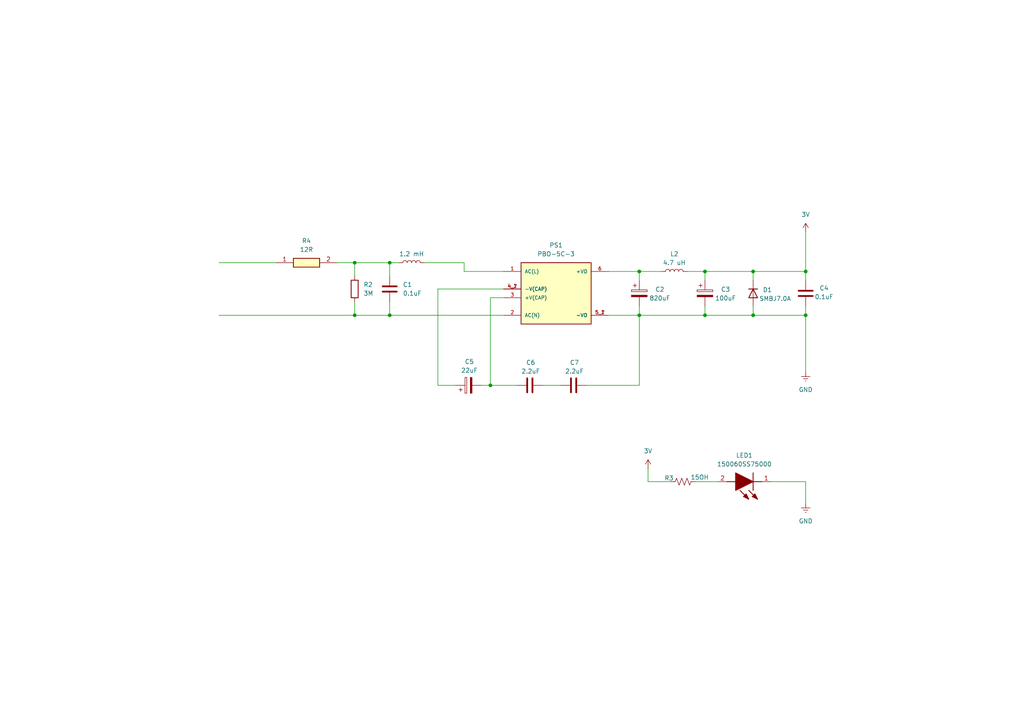
<source format=kicad_sch>
(kicad_sch (version 20231120) (generator "eeschema") (generator_version "8.0")
  (paper "A4")
  (lib_symbols
    (symbol "Device:C" (pin_numbers hide) (pin_names (offset 0.254))
      (property "Reference" "C" (at 0.635 2.54 0))
      (property "Value" "C" (at 0.635 -2.54 0))
      (symbol "C_0_1"
        (polyline (pts (xy -2.032 -0.762) (xy 2.032 -0.762)) (stroke (width 0.508)))
        (polyline (pts (xy -2.032 0.762) (xy 2.032 0.762)) (stroke (width 0.508)))
      )
      (symbol "C_1_1"
        (pin passive line (at 0 3.81 270) (length 2.794) (name "~") (number "1"))
        (pin passive line (at 0 -3.81 90) (length 2.794) (name "~") (number "2"))
      )
    )
    (symbol "Device:C_Polarized" (pin_numbers hide) (pin_names (offset 0.254))
      (property "Reference" "C" (at 0.635 2.54 0))
      (property "Value" "C_Polarized" (at 0.635 -2.54 0))
      (symbol "C_Polarized_0_1"
        (rectangle (start -2.286 0.508) (end 2.286 1.016))
        (polyline (pts (xy -1.778 2.286) (xy -0.762 2.286)))
        (polyline (pts (xy -1.27 2.794) (xy -1.27 1.778)))
        (rectangle (start 2.286 -0.508) (end -2.286 -1.016) (fill (type outline)))
      )
      (symbol "C_Polarized_1_1"
        (pin passive line (at 0 3.81 270) (length 2.794) (name "~") (number "1"))
        (pin passive line (at 0 -3.81 90) (length 2.794) (name "~") (number "2"))
      )
    )
    (symbol "Device:D" (pin_numbers hide) (pin_names (offset 1.016) hide)
      (property "Reference" "D" (at 0 2.54 0))
      (property "Value" "D" (at 0 -2.54 0))
      (symbol "D_0_1"
        (polyline (pts (xy -1.27 1.27) (xy -1.27 -1.27)) (stroke (width 0.254)))
        (polyline (pts (xy 1.27 0) (xy -1.27 0)))
        (polyline (pts (xy 1.27 1.27) (xy 1.27 -1.27) (xy -1.27 0) (xy 1.27 1.27)) (stroke (width 0.254)))
      )
      (symbol "D_1_1"
        (pin passive line (at -3.81 0 0) (length 2.54) (name "K") (number "1"))
        (pin passive line (at 3.81 0 180) (length 2.54) (name "A") (number "2"))
      )
    )
    (symbol "Device:L" (pin_numbers hide) (pin_names (offset 1.016) hide)
      (property "Reference" "L" (at -1.27 0 90))
      (property "Value" "L" (at 1.905 0 90))
      (symbol "L_0_1"
        (arc (start 0 -2.54) (mid 0.6323 -1.905) (end 0 -1.27))
        (arc (start 0 -1.27) (mid 0.6323 -0.635) (end 0 0))
        (arc (start 0 0) (mid 0.6323 0.635) (end 0 1.27))
        (arc (start 0 1.27) (mid 0.6323 1.905) (end 0 2.54))
      )
      (symbol "L_1_1"
        (pin passive line (at 0 3.81 270) (length 1.27) (name "1") (number "1"))
        (pin passive line (at 0 -3.81 90) (length 1.27) (name "2") (number "2"))
      )
    )
    (symbol "Device:R" (pin_numbers hide) (pin_names (offset 0))
      (property "Reference" "R" (at 2.032 0 90))
      (property "Value" "R" (at 0 0 90))
      (symbol "R_0_1"
        (rectangle (start -1.016 -2.54) (end 1.016 2.54) (stroke (width 0.254)))
      )
      (symbol "R_1_1"
        (pin passive line (at 0 3.81 270) (length 1.27) (name "~") (number "1"))
        (pin passive line (at 0 -3.81 90) (length 1.27) (name "~") (number "2"))
      )
    )
    (symbol "Device:R_US" (pin_numbers hide) (pin_names (offset 0))
      (property "Reference" "R" (at 2.54 0 90))
      (property "Value" "R_US" (at -2.54 0 90))
      (symbol "R_US_0_1"
        (polyline (pts (xy 0 -2.286) (xy 0 -2.54)))
        (polyline (pts (xy 0 2.286) (xy 0 2.54)))
        (polyline (pts (xy 0 -0.762) (xy 1.016 -1.143) (xy 0 -1.524) (xy -1.016 -1.905) (xy 0 -2.286)))
        (polyline (pts (xy 0 0.762) (xy 1.016 0.381) (xy 0 0) (xy -1.016 -0.381) (xy 0 -0.762)))
        (polyline (pts (xy 0 2.286) (xy 1.016 1.905) (xy 0 1.524) (xy -1.016 1.143) (xy 0 0.762)))
      )
      (symbol "R_US_1_1"
        (pin passive line (at 0 3.81 270) (length 1.27) (name "~") (number "1"))
        (pin passive line (at 0 -3.81 90) (length 1.27) (name "~") (number "2"))
      )
    )
    (symbol "oversight_power_monitor:150060SS75000" (pin_names hide)
      (property "Reference" "LED" (at 5.588 9.652 0))
      (property "Value" "150060SS75000" (at 0.254 6.35 0))
      (symbol "150060SS75000_1_1"
        (polyline (pts (xy 2.54 0) (xy 5.08 0)) (stroke (width 0.254)))
        (polyline (pts (xy 5.08 2.54) (xy 5.08 -2.54)) (stroke (width 0.254)))
        (polyline (pts (xy 6.35 2.54) (xy 3.81 5.08)) (stroke (width 0.254)))
        (polyline (pts (xy 8.89 2.54) (xy 6.35 5.08)) (stroke (width 0.254)))
        (polyline (pts (xy 10.16 0) (xy 12.7 0)) (stroke (width 0.254)))
        (polyline (pts (xy 5.08 0) (xy 10.16 2.54) (xy 10.16 -2.54) (xy 5.08 0)) (stroke (width 0.254)) (fill (type outline)))
        (polyline (pts (xy 5.334 4.318) (xy 4.572 3.556) (xy 3.81 5.08) (xy 5.334 4.318)) (stroke (width 0.254)) (fill (type outline)))
        (polyline (pts (xy 7.874 4.318) (xy 7.112 3.556) (xy 6.35 5.08) (xy 7.874 4.318)) (stroke (width 0.254)) (fill (type outline)))
        (pin passive line (at 0 0 0) (length 2.54) (name "K") (number "1"))
        (pin passive line (at 15.24 0 180) (length 2.54) (name "A") (number "2"))
      )
    )
    (symbol "oversight_power_monitor:AC03000001209JAC00" (pin_names hide)
      (property "Reference" "R" (at 7.62 7.112 0))
      (property "Value" "AC03000001209JAC00" (at -2.54 4.572 0))
      (symbol "AC03000001209JAC00_1_1"
        (rectangle (start 5.08 1.27) (end 12.7 -1.27) (stroke (width 0.254)) (fill (type background)))
        (pin passive line (at 0 0 0) (length 5.08) (name "1") (number "1"))
        (pin passive line (at 17.78 0 180) (length 5.08) (name "2") (number "2"))
      )
    )
    (symbol "oversight_power_monitor:PBO-5C-3" (pin_names (offset 1.016))
      (property "Reference" "PS" (at -10.16 8.89 0))
      (property "Value" "PBO-5C-3" (at -10.16 -11.43 0))
      (symbol "PBO-5C-3_0_0"
        (rectangle (start -10.16 -10.16) (end 10.16 7.62) (stroke (width 0.254)) (fill (type background)))
        (pin input line (at -15.24 5.08 0) (length 5.08) (name "AC(L)") (number "1"))
        (pin input line (at -15.24 -7.62 0) (length 5.08) (name "AC(N)") (number "2"))
        (pin passive line (at -15.24 -2.54 0) (length 5.08) (name "+V(CAP)") (number "3"))
        (pin passive line (at -15.24 0 0) (length 5.08) (name "-V(CAP)") (number "4_1"))
        (pin passive line (at -15.24 0 0) (length 5.08) (name "-V(CAP)") (number "4_2"))
        (pin output line (at 15.24 -7.62 180) (length 5.08) (name "-VO") (number "5_1"))
        (pin output line (at 15.24 -7.62 180) (length 5.08) (name "-VO") (number "5_2"))
        (pin output line (at 15.24 5.08 180) (length 5.08) (name "+VO") (number "6"))
      )
    )
    (symbol "power:Earth" (power) (pin_numbers hide) (pin_names (offset 0) hide)
      (property "Value" "Earth" (at 0 -3.81 0))
      (symbol "Earth_0_1"
        (polyline (pts (xy -0.635 -1.905) (xy 0.635 -1.905)))
        (polyline (pts (xy -0.127 -2.54) (xy 0.127 -2.54)))
        (polyline (pts (xy 0 -1.27) (xy 0 0)))
        (polyline (pts (xy 1.27 -1.27) (xy -1.27 -1.27)))
      )
      (symbol "Earth_1_1"
        (pin power_in line (at 0 0 270) (length 0) (name "~") (number "1"))
      )
    )
    (symbol "power:VCC" (power) (pin_numbers hide) (pin_names (offset 0) hide)
      (property "Value" "VCC" (at 0 3.556 0))
      (symbol "VCC_0_1"
        (polyline (pts (xy -0.762 1.27) (xy 0 2.54)))
        (polyline (pts (xy 0 0) (xy 0 2.54)))
        (polyline (pts (xy 0 2.54) (xy 0.762 1.27)))
      )
      (symbol "VCC_1_1"
        (pin power_in line (at 0 0 90) (length 0) (name "~") (number "1"))
      )
    )
  )
  (junction (at 218.44 78.74))
  (junction (at 218.44 91.44))
  (junction (at 142.24 111.76))
  (junction (at 113.03 91.44))
  (junction (at 233.68 78.74))
  (junction (at 102.87 91.44))
  (junction (at 185.42 78.74))
  (junction (at 233.68 91.44))
  (junction (at 102.87 76.2))
  (junction (at 185.42 91.44))
  (junction (at 204.47 78.74))
  (junction (at 204.47 91.44))
  (junction (at 113.03 76.2))
  (wire (pts (xy 218.44 88.9) (xy 218.44 91.44)))
  (wire (pts (xy 123.19 76.2) (xy 134.62 76.2)))
  (wire (pts (xy 97.79 76.2) (xy 102.87 76.2)))
  (wire (pts (xy 223.52 139.7) (xy 233.68 139.7)))
  (wire (pts (xy 102.87 87.63) (xy 102.87 91.44)))
  (wire (pts (xy 199.39 78.74) (xy 204.47 78.74)))
  (wire (pts (xy 204.47 78.74) (xy 204.47 81.28)))
  (wire (pts (xy 63.5 91.44) (xy 102.87 91.44)))
  (wire (pts (xy 63.5 76.2) (xy 80.01 76.2)))
  (wire (pts (xy 176.53 91.44) (xy 185.42 91.44)))
  (wire (pts (xy 218.44 91.44) (xy 233.68 91.44)))
  (wire (pts (xy 127 83.82) (xy 127 111.76)))
  (wire (pts (xy 187.96 135.89) (xy 187.96 139.7)))
  (wire (pts (xy 204.47 78.74) (xy 218.44 78.74)))
  (wire (pts (xy 218.44 78.74) (xy 218.44 81.28)))
  (wire (pts (xy 102.87 91.44) (xy 113.03 91.44)))
  (wire (pts (xy 134.62 76.2) (xy 134.62 78.74)))
  (wire (pts (xy 187.96 139.7) (xy 194.31 139.7)))
  (wire (pts (xy 142.24 86.36) (xy 146.05 86.36)))
  (wire (pts (xy 113.03 91.44) (xy 146.05 91.44)))
  (wire (pts (xy 204.47 91.44) (xy 218.44 91.44)))
  (wire (pts (xy 233.68 78.74) (xy 233.68 81.28)))
  (wire (pts (xy 127 111.76) (xy 132.08 111.76)))
  (wire (pts (xy 218.44 78.74) (xy 233.68 78.74)))
  (wire (pts (xy 127 83.82) (xy 146.05 83.82)))
  (wire (pts (xy 233.68 88.9) (xy 233.68 91.44)))
  (wire (pts (xy 134.62 78.74) (xy 146.05 78.74)))
  (wire (pts (xy 185.42 78.74) (xy 191.77 78.74)))
  (wire (pts (xy 170.18 111.76) (xy 185.42 111.76)))
  (wire (pts (xy 142.24 86.36) (xy 142.24 111.76)))
  (wire (pts (xy 102.87 76.2) (xy 102.87 80.01)))
  (wire (pts (xy 113.03 76.2) (xy 113.03 80.01)))
  (wire (pts (xy 233.68 67.31) (xy 233.68 78.74)))
  (wire (pts (xy 233.68 139.7) (xy 233.68 146.05)))
  (wire (pts (xy 233.68 91.44) (xy 233.68 107.95)))
  (wire (pts (xy 204.47 88.9) (xy 204.47 91.44)))
  (wire (pts (xy 201.93 139.7) (xy 208.28 139.7)))
  (wire (pts (xy 157.48 111.76) (xy 162.56 111.76)))
  (wire (pts (xy 185.42 78.74) (xy 185.42 81.28)))
  (wire (pts (xy 139.7 111.76) (xy 142.24 111.76)))
  (wire (pts (xy 185.42 91.44) (xy 185.42 111.76)))
  (wire (pts (xy 176.53 78.74) (xy 185.42 78.74)))
  (wire (pts (xy 113.03 87.63) (xy 113.03 91.44)))
  (wire (pts (xy 113.03 76.2) (xy 115.57 76.2)))
  (wire (pts (xy 142.24 111.76) (xy 149.86 111.76)))
  (wire (pts (xy 185.42 88.9) (xy 185.42 91.44)))
  (wire (pts (xy 102.87 76.2) (xy 113.03 76.2)))
  (wire (pts (xy 185.42 91.44) (xy 204.47 91.44)))
  (symbol (lib_id "Device:R_US") (at 198.12 139.7 90) (unit 1)
    (property "Reference" "R3" (at 194.056 138.684 90))
    (property "Value" "15OH" (at 202.946 138.43 90))
    (property "Footprint" "oversight_power_monitor:RES_RC0603_1P6XP8_YAG" (effects (hide yes)))
    (property "Description" "Resistor, US symbol" (effects (hide yes)))
  )
  (symbol (lib_id "oversight_power_monitor:AC03000001209JAC00") (at 80.01 76.2 0) (unit 1)
    (property "Reference" "R4" (at 88.9 69.85 0))
    (property "Value" "12R" (at 88.9 72.39 0))
    (property "Footprint" "oversight_power_monitor:RESAD3220W83L1300D480" (effects (hide yes)))
    (property "Datasheet" "https://www.vishay.com/docs/28730/acac-at.pdf" (effects (hide yes)))
    (property "Description" "Cemented Leaded Wirewound Resistors, AEC-Q200 qualified AC-AT series, Non-flammable coating conforming to UL 94 V-104" (effects (hide yes)))
    (property "Mouser Part Number" "594-AC03W12R00J" (effects (hide yes)))
    (property "Mouser Price/Stock" "https://www.mouser.co.uk/ProductDetail/Vishay-Draloric/AC03000001209JAC00?qs=R4%2FAj8xQbdXSb1J5hby5fg%3D%3D" (effects (hide yes)))
    (property "Manufacturer_Name" "Vishay" (effects (hide yes)))
    (property "Manufacturer_Part_Number" "AC03000001209JAC00" (effects (hide yes)))
  )
  (symbol (lib_id "Device:C") (at 153.67 111.76 90) (unit 1)
    (property "Reference" "C6" (at 153.924 105.156 90))
    (property "Value" "2.2uF" (at 153.924 107.696 90))
    (property "Footprint" "Capacitor_THT:C_Disc_D8.0mm_W5.0mm_P5.00mm" (effects (hide yes)))
    (property "Description" "Unpolarized capacitor" (effects (hide yes)))
  )
  (symbol (lib_id "power:Earth") (at 233.68 146.05 0) (unit 1)
    (property "Reference" "#PWR04" (effects (hide yes)))
    (property "Value" "GND" (at 233.68 151.13 0))
    (property "Description" "Power symbol creates a global label with name \"Earth\"" (effects (hide yes)))
  )
  (symbol (lib_id "Device:R") (at 102.87 83.82 0) (unit 1)
    (property "Reference" "R2" (at 105.41 82.5499 0) (effects (justify left)))
    (property "Value" "3M" (at 105.41 85.0899 0) (effects (justify left)))
    (property "Footprint" "oversight_power_monitor:ERJP06D1000V" (effects (hide yes)))
    (property "Description" "Resistor" (effects (hide yes)))
    (property "Sim.Device" "R" (effects (hide yes)))
    (property "Sim.Pins" "1=+ 2=-" (effects (hide yes)))
  )
  (symbol (lib_id "oversight_power_monitor:PBO-5C-3") (at 161.29 83.82 0) (unit 1)
    (property "Reference" "PS1" (at 161.29 71.12 0))
    (property "Value" "PBO-5C-3" (at 161.29 73.66 0))
    (property "Footprint" "PBO-5C-3:CONV_PBO-5C-3" (effects (hide yes)))
    (property "MF" "CUI Inc." (effects (hide yes)))
    (property "MAXIMUM_PACKAGE_HEIGHT" "14.73mm" (effects (hide yes)))
    (property "Package" "SIP-6 CUI" (effects (hide yes)))
    (property "Price" "None" (effects (hide yes)))
    (property "Check_prices" "https://www.snapeda.com/parts/PBO-5C-3/Same+Sky/view-part/?ref=eda" (effects (hide yes)))
    (property "STANDARD" "Manufacturer Recommendations" (effects (hide yes)))
    (property "PARTREV" "1.0" (effects (hide yes)))
    (property "SnapEDA_Link" "https://www.snapeda.com/parts/PBO-5C-3/Same+Sky/view-part/?ref=snap" (effects (hide yes)))
    (property "MP" "PBO-5C-3" (effects (hide yes)))
    (property "Description_1" "\n                        \n                            5 W, 85 ~ 305 Vac Input, Single Output, Open Frame, Board Mount, Ac-Dc Power Supply\n                        \n" (effects (hide yes)))
    (property "CUI_purchase_URL" "https://www.cui.com/product/internal-ac-dc-power-supplies/board-mount/pbo-5c-series?utm_source=snapeda.com&utm_medium=referral&utm_campaign=snapedaBOM" (effects (hide yes)))
    (property "Availability" "In Stock" (effects (hide yes)))
    (property "MANUFACTURER" "CUI Inc." (effects (hide yes)))
  )
  (symbol (lib_id "Device:C") (at 113.03 83.82 0) (unit 1)
    (property "Reference" "C1" (at 116.84 82.5499 0) (effects (justify left)))
    (property "Value" "0.1uF" (at 116.84 85.0899 0) (effects (justify left)))
    (property "Footprint" "oversight_power_monitor:CAPC1608X90N" (effects (hide yes)))
    (property "Description" "Unpolarized capacitor" (effects (hide yes)))
  )
  (symbol (lib_id "Device:C_Polarized") (at 135.89 111.76 90) (unit 1)
    (property "Reference" "C5" (at 136.144 104.902 90))
    (property "Value" "22uF" (at 136.144 107.442 90))
    (property "Footprint" "Capacitor_THT:CP_Radial_D16.0mm_P7.50mm" (effects (hide yes)))
    (property "Description" "Polarized capacitor" (effects (hide yes)))
  )
  (symbol (lib_id "oversight_power_monitor:150060SS75000") (at 223.52 139.7 180) (unit 1)
    (property "Reference" "LED1" (at 215.9 132.08 0))
    (property "Value" "150060SS75000" (at 215.9 134.62 0))
    (property "Footprint" "oversight_power_monitor:LEDC1608X80N" (effects (hide yes)))
    (property "Description" "LED,Wurth Elektronik,150060SS75000 Wurth Elektronik 150060SS75000, WL-SMCW Series Red LED, 630 nm, 1608 (0603) Clear, Rectangle Lens SMD Package" (effects (hide yes)))
    (property "Height" "0.8" (effects (hide yes)))
    (property "Mouser Part Number" "710-150060SS75000" (effects (hide yes)))
    (property "Mouser Price/Stock" "https://www.mouser.co.uk/ProductDetail/Wurth-Elektronik/150060SS75000?qs=LlUlMxKIyB0oQaxwspeTEA%3D%3D" (effects (hide yes)))
    (property "Manufacturer_Name" "Wurth Elektronik" (effects (hide yes)))
    (property "Manufacturer_Part_Number" "150060SS75000" (effects (hide yes)))
  )
  (symbol (lib_id "power:Earth") (at 233.68 107.95 0) (unit 1)
    (property "Reference" "#PWR02" (effects (hide yes)))
    (property "Value" "GND" (at 233.68 113.03 0))
    (property "Description" "Power symbol creates a global label with name \"Earth\"" (effects (hide yes)))
  )
  (symbol (lib_id "Device:D") (at 218.44 85.09 270) (unit 1)
    (property "Reference" "D1" (at 221.234 84.074 90) (effects (justify left)))
    (property "Value" "SMBJ7.0A" (at 220.218 86.614 90) (effects (justify left)))
    (property "Footprint" "oversight_power_monitor:DIOM5436X261N" (effects (hide yes)))
    (property "Description" "Diode" (effects (hide yes)))
    (property "Sim.Device" "D" (effects (hide yes)))
    (property "Sim.Pins" "1=K 2=A" (effects (hide yes)))
  )
  (symbol (lib_id "Device:C_Polarized") (at 204.47 85.09 0) (unit 1)
    (property "Reference" "C3" (at 210.439 83.947 0))
    (property "Value" "100uF" (at 210.439 86.487 0))
    (property "Footprint" "oversight_power_monitor:CAPAE660X770N" (effects (hide yes)))
    (property "Description" "Polarized capacitor" (effects (hide yes)))
  )
  (symbol (lib_id "Device:C") (at 166.37 111.76 90) (unit 1)
    (property "Reference" "C7" (at 166.624 105.156 90))
    (property "Value" "2.2uF" (at 166.624 107.696 90))
    (property "Footprint" "Capacitor_THT:C_Disc_D8.0mm_W5.0mm_P5.00mm" (effects (hide yes)))
    (property "Description" "Unpolarized capacitor" (effects (hide yes)))
  )
  (symbol (lib_id "Device:L") (at 195.58 78.74 90) (unit 1)
    (property "Reference" "L2" (at 195.58 73.66 90))
    (property "Value" "4.7 uH" (at 195.58 76.2 90))
    (property "Footprint" "oversight_power_monitor:INDC3225X120N" (effects (hide yes)))
    (property "Description" "Inductor" (effects (hide yes)))
  )
  (symbol (lib_id "Device:L") (at 119.38 76.2 90) (unit 1)
    (property "Reference" "L1" (effects (hide yes)))
    (property "Value" "1.2 mH" (at 119.38 73.66 90))
    (property "Footprint" "oversight_power_monitor:SDR1006" (effects (hide yes)))
    (property "Description" "Inductor" (effects (hide yes)))
  )
  (symbol (lib_id "Device:C_Polarized") (at 185.42 85.09 0) (unit 1)
    (property "Reference" "C2" (at 191.389 83.947 0))
    (property "Value" "820uF" (at 191.389 86.487 0))
    (property "Footprint" "Capacitor_THT:CP_Radial_D16.0mm_P7.50mm" (effects (hide yes)))
    (property "Description" "Polarized capacitor" (effects (hide yes)))
  )
  (symbol (lib_id "Device:C") (at 233.68 85.09 0) (unit 1)
    (property "Reference" "C4" (at 239.014 83.566 0))
    (property "Value" "0.1uF" (at 239.014 86.106 0))
    (property "Footprint" "oversight_power_monitor:CAPC1608X90N" (effects (hide yes)))
    (property "Description" "Unpolarized capacitor" (effects (hide yes)))
  )
  (symbol (lib_id "power:VCC") (at 187.96 135.89 0) (unit 1)
    (property "Reference" "#PWR03" (effects (hide yes)))
    (property "Value" "3V" (at 187.96 130.81 0))
    (property "Description" "Power symbol creates a global label with name \"VCC\"" (effects (hide yes)))
  )
  (symbol (lib_id "power:VCC") (at 233.68 67.31 0) (unit 1)
    (property "Reference" "#PWR01" (effects (hide yes)))
    (property "Value" "3V" (at 233.68 62.23 0))
    (property "Description" "Power symbol creates a global label with name \"VCC\"" (effects (hide yes)))
  )
)
</source>
